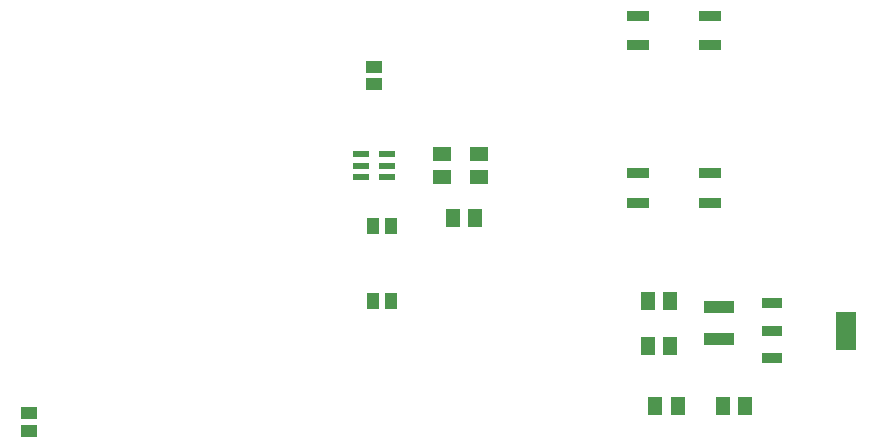
<source format=gtp>
G04*
G04 #@! TF.GenerationSoftware,Altium Limited,Altium Designer,22.5.1 (42)*
G04*
G04 Layer_Color=8421504*
%FSLAX44Y44*%
%MOMM*%
G71*
G04*
G04 #@! TF.SameCoordinates,8346B9DA-9F02-4375-9B92-E9104D78EC3E*
G04*
G04*
G04 #@! TF.FilePolarity,Positive*
G04*
G01*
G75*
%ADD15R,1.8500X0.9500*%
%ADD16R,2.6000X1.1000*%
%ADD17R,1.1000X1.4000*%
%ADD18R,1.3000X1.5000*%
%ADD19R,1.7500X3.2000*%
%ADD20R,1.7500X0.9500*%
%ADD21R,1.4500X0.5500*%
%ADD22R,1.4500X0.5500*%
%ADD23R,1.4000X1.1000*%
%ADD24R,1.5000X1.3000*%
D15*
X595400Y482400D02*
D03*
Y457400D02*
D03*
X534900D02*
D03*
Y482400D02*
D03*
Y349050D02*
D03*
Y324050D02*
D03*
X595400D02*
D03*
Y349050D02*
D03*
D16*
X603250Y235750D02*
D03*
Y208750D02*
D03*
D17*
X325000Y241300D02*
D03*
X310000D02*
D03*
X325000Y304800D02*
D03*
X310000D02*
D03*
D18*
X561950Y203200D02*
D03*
X542950D02*
D03*
X549300Y152400D02*
D03*
X568300D02*
D03*
X396850Y311150D02*
D03*
X377850D02*
D03*
X561950Y241300D02*
D03*
X542950D02*
D03*
X625450Y152400D02*
D03*
X606450D02*
D03*
D19*
X710950Y215900D02*
D03*
D20*
X647950Y192900D02*
D03*
Y215900D02*
D03*
Y238900D02*
D03*
D21*
X321900Y365100D02*
D03*
Y355600D02*
D03*
Y346100D02*
D03*
X300400D02*
D03*
Y355600D02*
D03*
D22*
X300400Y365100D02*
D03*
D23*
X19050Y146050D02*
D03*
Y131050D02*
D03*
X311150Y439300D02*
D03*
Y424300D02*
D03*
D24*
X368300Y365100D02*
D03*
Y346100D02*
D03*
X400050D02*
D03*
Y365100D02*
D03*
M02*

</source>
